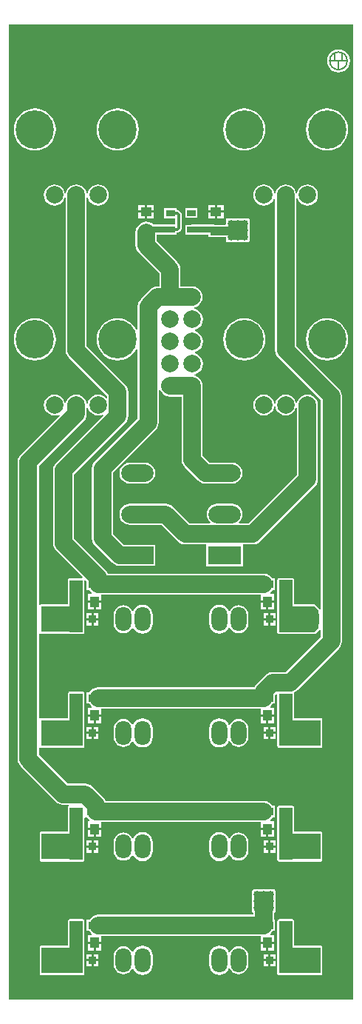
<source format=gbl>
G04 Layer_Physical_Order=4*
G04 Layer_Color=16711680*
%FSLAX43Y43*%
%MOMM*%
G71*
G01*
G75*
%ADD10C,2.000*%
%ADD11R,2.300X2.300*%
%ADD12R,2.300X2.300*%
%ADD13C,2.000*%
%ADD14O,1.800X2.800*%
%ADD15C,4.400*%
G04:AMPARAMS|DCode=16|XSize=3.7mm|YSize=2mm|CornerRadius=1mm|HoleSize=0mm|Usage=FLASHONLY|Rotation=180.000|XOffset=0mm|YOffset=0mm|HoleType=Round|Shape=RoundedRectangle|*
%AMROUNDEDRECTD16*
21,1,3.700,0.000,0,0,180.0*
21,1,1.700,2.000,0,0,180.0*
1,1,2.000,-0.850,0.000*
1,1,2.000,0.850,0.000*
1,1,2.000,0.850,0.000*
1,1,2.000,-0.850,0.000*
%
%ADD16ROUNDEDRECTD16*%
%ADD17R,3.700X2.000*%
%ADD18C,0.800*%
%ADD20C,0.200*%
%ADD21R,1.000X0.700*%
%ADD22R,1.300X1.000*%
%ADD23R,1.000X1.300*%
%ADD24R,0.900X0.900*%
%ADD25C,0.700*%
%ADD26C,1.000*%
%ADD27C,0.300*%
%ADD28R,1.500X6.000*%
%ADD29R,4.750X3.000*%
%ADD30R,2.083X0.735*%
G36*
X119750Y108500D02*
X80250D01*
Y220000D01*
X119750D01*
Y108500D01*
D02*
G37*
%LPC*%
G36*
X95600Y127664D02*
X95299Y127624D01*
X95018Y127508D01*
X94777Y127323D01*
X94592Y127082D01*
X94540Y126955D01*
X94402D01*
X94361Y127055D01*
X94185Y127285D01*
X93955Y127461D01*
X93687Y127572D01*
X93400Y127609D01*
X93113Y127572D01*
X92845Y127461D01*
X92615Y127285D01*
X92439Y127055D01*
X92328Y126787D01*
X92291Y126500D01*
Y125500D01*
X92328Y125213D01*
X92439Y124945D01*
X92615Y124715D01*
X92845Y124539D01*
X93113Y124428D01*
X93400Y124391D01*
X93687Y124428D01*
X93955Y124539D01*
X94185Y124715D01*
X94361Y124945D01*
X94402Y125045D01*
X94540D01*
X94592Y124918D01*
X94777Y124677D01*
X95018Y124492D01*
X95299Y124376D01*
X95600Y124336D01*
X95901Y124376D01*
X96182Y124492D01*
X96423Y124677D01*
X96608Y124918D01*
X96724Y125199D01*
X96764Y125500D01*
Y126500D01*
X96724Y126801D01*
X96608Y127082D01*
X96423Y127323D01*
X96182Y127508D01*
X95901Y127624D01*
X95600Y127664D01*
D02*
G37*
G36*
X110854Y126704D02*
X110277D01*
Y126127D01*
X110854D01*
Y126704D01*
D02*
G37*
G36*
X89973Y127873D02*
X89346D01*
Y127096D01*
X89973D01*
Y127873D01*
D02*
G37*
G36*
X109773Y127873D02*
X109146D01*
Y127096D01*
X109773D01*
Y127873D01*
D02*
G37*
G36*
X90854Y127873D02*
X90227D01*
Y127096D01*
X90854D01*
Y127873D01*
D02*
G37*
G36*
X110854Y125873D02*
X110277D01*
Y125296D01*
X110854D01*
Y125873D01*
D02*
G37*
G36*
X110023D02*
X109446D01*
Y125296D01*
X110023D01*
Y125873D01*
D02*
G37*
G36*
X89723Y126704D02*
X89146D01*
Y126127D01*
X89723D01*
Y126704D01*
D02*
G37*
G36*
X110023D02*
X109446D01*
Y126127D01*
X110023D01*
Y126704D01*
D02*
G37*
G36*
X90554D02*
X89977D01*
Y126127D01*
X90554D01*
Y126704D01*
D02*
G37*
G36*
X110654Y127873D02*
X110027D01*
Y127096D01*
X110654D01*
Y127873D01*
D02*
G37*
G36*
X110854Y139704D02*
X110277D01*
Y139127D01*
X110854D01*
Y139704D01*
D02*
G37*
G36*
X110023D02*
X109446D01*
Y139127D01*
X110023D01*
Y139704D01*
D02*
G37*
G36*
X89723D02*
X89146D01*
Y139127D01*
X89723D01*
Y139704D01*
D02*
G37*
G36*
X95600Y140664D02*
X95299Y140624D01*
X95018Y140508D01*
X94777Y140323D01*
X94592Y140082D01*
X94540Y139955D01*
X94402D01*
X94361Y140055D01*
X94185Y140285D01*
X93955Y140461D01*
X93687Y140572D01*
X93400Y140609D01*
X93113Y140572D01*
X92845Y140461D01*
X92615Y140285D01*
X92439Y140055D01*
X92328Y139787D01*
X92291Y139500D01*
Y138500D01*
X92328Y138213D01*
X92439Y137945D01*
X92615Y137715D01*
X92845Y137539D01*
X93113Y137428D01*
X93400Y137391D01*
X93687Y137428D01*
X93955Y137539D01*
X94185Y137715D01*
X94361Y137945D01*
X94402Y138045D01*
X94540D01*
X94592Y137918D01*
X94777Y137677D01*
X95018Y137492D01*
X95299Y137376D01*
X95600Y137336D01*
X95901Y137376D01*
X96182Y137492D01*
X96423Y137677D01*
X96608Y137918D01*
X96724Y138199D01*
X96764Y138500D01*
Y139500D01*
X96724Y139801D01*
X96608Y140082D01*
X96423Y140323D01*
X96182Y140508D01*
X95901Y140624D01*
X95600Y140664D01*
D02*
G37*
G36*
X90554Y139704D02*
X89977D01*
Y139127D01*
X90554D01*
Y139704D01*
D02*
G37*
G36*
X89723Y138873D02*
X89146D01*
Y138296D01*
X89723D01*
Y138873D01*
D02*
G37*
G36*
X104400Y140664D02*
X104099Y140624D01*
X103818Y140508D01*
X103577Y140323D01*
X103392Y140082D01*
X103276Y139801D01*
X103236Y139500D01*
Y138500D01*
X103276Y138199D01*
X103392Y137918D01*
X103577Y137677D01*
X103818Y137492D01*
X104099Y137376D01*
X104400Y137336D01*
X104701Y137376D01*
X104982Y137492D01*
X105223Y137677D01*
X105408Y137918D01*
X105460Y138045D01*
X105598D01*
X105639Y137945D01*
X105815Y137715D01*
X106045Y137539D01*
X106313Y137428D01*
X106600Y137391D01*
X106887Y137428D01*
X107155Y137539D01*
X107385Y137715D01*
X107561Y137945D01*
X107672Y138213D01*
X107709Y138500D01*
Y139500D01*
X107672Y139787D01*
X107561Y140055D01*
X107385Y140285D01*
X107155Y140461D01*
X106887Y140572D01*
X106600Y140609D01*
X106313Y140572D01*
X106045Y140461D01*
X105815Y140285D01*
X105639Y140055D01*
X105598Y139955D01*
X105460D01*
X105408Y140082D01*
X105223Y140323D01*
X104982Y140508D01*
X104701Y140624D01*
X104400Y140664D01*
D02*
G37*
G36*
X90554Y138873D02*
X89977D01*
Y138296D01*
X90554D01*
Y138873D01*
D02*
G37*
G36*
X110854Y138873D02*
X110277D01*
Y138296D01*
X110854D01*
Y138873D01*
D02*
G37*
G36*
X110023D02*
X109446D01*
Y138296D01*
X110023D01*
Y138873D01*
D02*
G37*
G36*
X110854Y112873D02*
X110277D01*
Y112296D01*
X110854D01*
Y112873D01*
D02*
G37*
G36*
X110023D02*
X109446D01*
Y112296D01*
X110023D01*
Y112873D01*
D02*
G37*
G36*
Y113704D02*
X109446D01*
Y113127D01*
X110023D01*
Y113704D01*
D02*
G37*
G36*
X89723D02*
X89146D01*
Y113127D01*
X89723D01*
Y113704D01*
D02*
G37*
G36*
X110854D02*
X110277D01*
Y113127D01*
X110854D01*
Y113704D01*
D02*
G37*
G36*
X112750Y117704D02*
X111250D01*
X111172Y117688D01*
X111106Y117644D01*
X111062Y117578D01*
X111046Y117500D01*
Y114500D01*
Y111500D01*
X111062Y111422D01*
X111106Y111356D01*
X111172Y111312D01*
X111250Y111296D01*
X116000D01*
X116078Y111312D01*
X116144Y111356D01*
X116188Y111422D01*
X116204Y111500D01*
Y114500D01*
X116188Y114578D01*
X116144Y114644D01*
X116078Y114688D01*
X116000Y114704D01*
X112954D01*
Y117500D01*
X112938Y117578D01*
X112894Y117644D01*
X112828Y117688D01*
X112750Y117704D01*
D02*
G37*
G36*
X88750D02*
X87250D01*
X87172Y117688D01*
X87106Y117644D01*
X87062Y117578D01*
X87046Y117500D01*
Y114704D01*
X84000D01*
X83922Y114688D01*
X83856Y114644D01*
X83812Y114578D01*
X83796Y114500D01*
Y111500D01*
X83812Y111422D01*
X83856Y111356D01*
X83922Y111312D01*
X84000Y111296D01*
X88750D01*
X88828Y111312D01*
X88894Y111356D01*
X88938Y111422D01*
X88954Y111500D01*
Y117500D01*
X88938Y117578D01*
X88894Y117644D01*
X88828Y117688D01*
X88750Y117704D01*
D02*
G37*
G36*
X104400Y114664D02*
X104099Y114624D01*
X103818Y114508D01*
X103577Y114323D01*
X103392Y114082D01*
X103276Y113801D01*
X103236Y113500D01*
Y112500D01*
X103276Y112199D01*
X103392Y111918D01*
X103577Y111677D01*
X103818Y111492D01*
X104099Y111376D01*
X104400Y111336D01*
X104701Y111376D01*
X104982Y111492D01*
X105223Y111677D01*
X105408Y111918D01*
X105460Y112045D01*
X105598D01*
X105639Y111945D01*
X105815Y111715D01*
X106045Y111539D01*
X106313Y111428D01*
X106600Y111391D01*
X106887Y111428D01*
X107155Y111539D01*
X107385Y111715D01*
X107561Y111945D01*
X107672Y112213D01*
X107709Y112500D01*
Y113500D01*
X107672Y113787D01*
X107561Y114055D01*
X107385Y114285D01*
X107155Y114461D01*
X106887Y114572D01*
X106600Y114609D01*
X106313Y114572D01*
X106045Y114461D01*
X105815Y114285D01*
X105639Y114055D01*
X105598Y113955D01*
X105460D01*
X105408Y114082D01*
X105223Y114323D01*
X104982Y114508D01*
X104701Y114624D01*
X104400Y114664D01*
D02*
G37*
G36*
X90554Y112873D02*
X89977D01*
Y112296D01*
X90554D01*
Y112873D01*
D02*
G37*
G36*
X89723D02*
X89146D01*
Y112296D01*
X89723D01*
Y112873D01*
D02*
G37*
G36*
X90554Y113704D02*
X89977D01*
Y113127D01*
X90554D01*
Y113704D01*
D02*
G37*
G36*
X112750Y130704D02*
X111250D01*
X111172Y130688D01*
X111106Y130644D01*
X111062Y130578D01*
X111046Y130500D01*
Y127500D01*
Y124500D01*
X111062Y124422D01*
X111106Y124356D01*
X111172Y124312D01*
X111250Y124296D01*
X116000D01*
X116078Y124312D01*
X116144Y124356D01*
X116188Y124422D01*
X116204Y124500D01*
Y127500D01*
X116188Y127578D01*
X116144Y127644D01*
X116078Y127688D01*
X116000Y127704D01*
X112954D01*
Y130500D01*
X112938Y130578D01*
X112894Y130644D01*
X112828Y130688D01*
X112750Y130704D01*
D02*
G37*
G36*
X110250Y121112D02*
X110211Y121104D01*
X109539D01*
X109500Y121112D01*
X109461Y121104D01*
X108789D01*
X108750Y121112D01*
X108711Y121104D01*
X108350D01*
X108272Y121088D01*
X108206Y121044D01*
X108162Y120978D01*
X108146Y120900D01*
Y120539D01*
X108138Y120500D01*
X108146Y120461D01*
Y119789D01*
X108138Y119750D01*
X108146Y119711D01*
Y119039D01*
X108138Y119000D01*
X108146Y118961D01*
Y118600D01*
X108162Y118522D01*
X108206Y118456D01*
X108272Y118412D01*
X108290Y118408D01*
Y118210D01*
X90500D01*
X90187Y118169D01*
X89895Y118048D01*
X89644Y117856D01*
X89486Y117650D01*
X89200D01*
Y116350D01*
X89486D01*
X89644Y116144D01*
X89792Y116031D01*
X89748Y115904D01*
X89346D01*
Y115127D01*
X90854D01*
Y115790D01*
X109146D01*
Y115127D01*
X109900D01*
X110654D01*
Y115904D01*
X110252D01*
X110208Y116031D01*
X110356Y116144D01*
X110514Y116350D01*
X110800D01*
Y117650D01*
X110710D01*
Y118408D01*
X110728Y118412D01*
X110794Y118456D01*
X110838Y118522D01*
X110854Y118600D01*
Y118961D01*
X110862Y119000D01*
X110854Y119039D01*
Y119711D01*
X110862Y119750D01*
X110854Y119789D01*
Y120461D01*
X110862Y120500D01*
X110854Y120539D01*
Y120900D01*
X110838Y120978D01*
X110794Y121044D01*
X110728Y121088D01*
X110650Y121104D01*
X110289D01*
X110250Y121112D01*
D02*
G37*
G36*
X104400Y127664D02*
X104099Y127624D01*
X103818Y127508D01*
X103577Y127323D01*
X103392Y127082D01*
X103276Y126801D01*
X103236Y126500D01*
Y125500D01*
X103276Y125199D01*
X103392Y124918D01*
X103577Y124677D01*
X103818Y124492D01*
X104099Y124376D01*
X104400Y124336D01*
X104701Y124376D01*
X104982Y124492D01*
X105223Y124677D01*
X105408Y124918D01*
X105460Y125045D01*
X105598D01*
X105639Y124945D01*
X105815Y124715D01*
X106045Y124539D01*
X106313Y124428D01*
X106600Y124391D01*
X106887Y124428D01*
X107155Y124539D01*
X107385Y124715D01*
X107561Y124945D01*
X107672Y125213D01*
X107709Y125500D01*
Y126500D01*
X107672Y126787D01*
X107561Y127055D01*
X107385Y127285D01*
X107155Y127461D01*
X106887Y127572D01*
X106600Y127609D01*
X106313Y127572D01*
X106045Y127461D01*
X105815Y127285D01*
X105639Y127055D01*
X105598Y126955D01*
X105460D01*
X105408Y127082D01*
X105223Y127323D01*
X104982Y127508D01*
X104701Y127624D01*
X104400Y127664D01*
D02*
G37*
G36*
X90554Y125873D02*
X89977D01*
Y125296D01*
X90554D01*
Y125873D01*
D02*
G37*
G36*
X89723D02*
X89146D01*
Y125296D01*
X89723D01*
Y125873D01*
D02*
G37*
G36*
X89973Y114873D02*
X89346D01*
Y114096D01*
X89973D01*
Y114873D01*
D02*
G37*
G36*
X95600Y114664D02*
X95299Y114624D01*
X95018Y114508D01*
X94777Y114323D01*
X94592Y114082D01*
X94540Y113955D01*
X94402D01*
X94361Y114055D01*
X94185Y114285D01*
X93955Y114461D01*
X93687Y114572D01*
X93400Y114609D01*
X93113Y114572D01*
X92845Y114461D01*
X92615Y114285D01*
X92439Y114055D01*
X92328Y113787D01*
X92291Y113500D01*
Y112500D01*
X92328Y112213D01*
X92439Y111945D01*
X92615Y111715D01*
X92845Y111539D01*
X93113Y111428D01*
X93400Y111391D01*
X93687Y111428D01*
X93955Y111539D01*
X94185Y111715D01*
X94361Y111945D01*
X94402Y112045D01*
X94540D01*
X94592Y111918D01*
X94777Y111677D01*
X95018Y111492D01*
X95299Y111376D01*
X95600Y111336D01*
X95901Y111376D01*
X96182Y111492D01*
X96423Y111677D01*
X96608Y111918D01*
X96724Y112199D01*
X96764Y112500D01*
Y113500D01*
X96724Y113801D01*
X96608Y114082D01*
X96423Y114323D01*
X96182Y114508D01*
X95901Y114624D01*
X95600Y114664D01*
D02*
G37*
G36*
X90854Y114873D02*
X90227D01*
Y114096D01*
X90854D01*
Y114873D01*
D02*
G37*
G36*
X110654Y114873D02*
X110027D01*
Y114096D01*
X110654D01*
Y114873D01*
D02*
G37*
G36*
X109773D02*
X109146D01*
Y114096D01*
X109773D01*
Y114873D01*
D02*
G37*
G36*
X103873Y198473D02*
X103096D01*
Y197846D01*
X103873D01*
Y198473D01*
D02*
G37*
G36*
X96904Y198473D02*
X96127D01*
Y197846D01*
X96904D01*
Y198473D01*
D02*
G37*
G36*
X104904Y198473D02*
X104127D01*
Y197846D01*
X104904D01*
Y198473D01*
D02*
G37*
G36*
X101900Y199000D02*
X100500D01*
Y197900D01*
X101900D01*
Y199000D01*
D02*
G37*
G36*
X107250Y197862D02*
X107211Y197854D01*
X106539D01*
X106500Y197862D01*
X106461Y197854D01*
X105789D01*
X105750Y197862D01*
X105711Y197854D01*
X105350D01*
X105272Y197838D01*
X105206Y197794D01*
X105162Y197728D01*
X105146Y197650D01*
Y197289D01*
X105138Y197250D01*
X105142Y197233D01*
X105075Y197106D01*
X104000D01*
X103954Y197100D01*
X103904D01*
X103850Y197111D01*
X101200D01*
X101146Y197100D01*
X100500D01*
Y196000D01*
X101146D01*
X101200Y195989D01*
X103150D01*
Y195700D01*
X103954D01*
X104000Y195694D01*
X105146D01*
Y195350D01*
X105162Y195272D01*
X105206Y195206D01*
X105272Y195162D01*
X105350Y195146D01*
X105711D01*
X105750Y195138D01*
X105789Y195146D01*
X106461D01*
X106500Y195138D01*
X106539Y195146D01*
X107211D01*
X107250Y195138D01*
X107289Y195146D01*
X107650D01*
X107728Y195162D01*
X107794Y195206D01*
X107838Y195272D01*
X107854Y195350D01*
Y195711D01*
X107862Y195750D01*
X107854Y195789D01*
Y196461D01*
X107862Y196500D01*
X107854Y196539D01*
Y197211D01*
X107862Y197250D01*
X107854Y197289D01*
Y197650D01*
X107838Y197728D01*
X107794Y197794D01*
X107728Y197838D01*
X107650Y197854D01*
X107289D01*
X107250Y197862D01*
D02*
G37*
G36*
Y186412D02*
X106780Y186365D01*
X106327Y186228D01*
X105910Y186005D01*
X105545Y185705D01*
X105245Y185340D01*
X105022Y184923D01*
X104885Y184470D01*
X104838Y184000D01*
X104885Y183530D01*
X105022Y183077D01*
X105245Y182660D01*
X105545Y182295D01*
X105910Y181995D01*
X106327Y181772D01*
X106780Y181635D01*
X107250Y181588D01*
X107720Y181635D01*
X108173Y181772D01*
X108590Y181995D01*
X108955Y182295D01*
X109255Y182660D01*
X109478Y183077D01*
X109615Y183530D01*
X109662Y184000D01*
X109615Y184470D01*
X109478Y184923D01*
X109255Y185340D01*
X108955Y185705D01*
X108590Y186005D01*
X108173Y186228D01*
X107720Y186365D01*
X107250Y186412D01*
D02*
G37*
G36*
X83250D02*
X82780Y186365D01*
X82327Y186228D01*
X81910Y186005D01*
X81545Y185705D01*
X81245Y185340D01*
X81022Y184923D01*
X80885Y184470D01*
X80838Y184000D01*
X80885Y183530D01*
X81022Y183077D01*
X81245Y182660D01*
X81545Y182295D01*
X81910Y181995D01*
X82327Y181772D01*
X82780Y181635D01*
X83250Y181588D01*
X83720Y181635D01*
X84173Y181772D01*
X84590Y181995D01*
X84955Y182295D01*
X85255Y182660D01*
X85478Y183077D01*
X85615Y183530D01*
X85662Y184000D01*
X85615Y184470D01*
X85478Y184923D01*
X85255Y185340D01*
X84955Y185705D01*
X84590Y186005D01*
X84173Y186228D01*
X83720Y186365D01*
X83250Y186412D01*
D02*
G37*
G36*
X116750D02*
X116280Y186365D01*
X115827Y186228D01*
X115410Y186005D01*
X115045Y185705D01*
X114745Y185340D01*
X114522Y184923D01*
X114385Y184470D01*
X114338Y184000D01*
X114385Y183530D01*
X114522Y183077D01*
X114745Y182660D01*
X115045Y182295D01*
X115410Y181995D01*
X115827Y181772D01*
X116280Y181635D01*
X116750Y181588D01*
X117220Y181635D01*
X117673Y181772D01*
X118090Y181995D01*
X118455Y182295D01*
X118755Y182660D01*
X118978Y183077D01*
X119115Y183530D01*
X119162Y184000D01*
X119115Y184470D01*
X118978Y184923D01*
X118755Y185340D01*
X118455Y185705D01*
X118090Y186005D01*
X117673Y186228D01*
X117220Y186365D01*
X116750Y186412D01*
D02*
G37*
G36*
X95873Y198473D02*
X95096D01*
Y197846D01*
X95873D01*
Y198473D01*
D02*
G37*
G36*
X99500Y199000D02*
X98100D01*
Y198104D01*
X98046D01*
Y197627D01*
X98800D01*
Y197373D01*
X98046D01*
Y197111D01*
X96849D01*
X96605Y197298D01*
X96313Y197419D01*
X96000Y197460D01*
X95687Y197419D01*
X95395Y197298D01*
X95144Y197106D01*
X94952Y196855D01*
X94831Y196563D01*
X94790Y196250D01*
Y194750D01*
X94831Y194437D01*
X94952Y194145D01*
X95144Y193894D01*
X97520Y191519D01*
Y190040D01*
X97330D01*
X97017Y189999D01*
X96725Y189878D01*
X96474Y189686D01*
X95394Y188606D01*
X95202Y188355D01*
X95081Y188063D01*
X95040Y187750D01*
Y185077D01*
X94913Y185045D01*
X94755Y185340D01*
X94455Y185705D01*
X94090Y186005D01*
X93673Y186228D01*
X93220Y186365D01*
X92750Y186412D01*
X92280Y186365D01*
X91827Y186228D01*
X91410Y186005D01*
X91045Y185705D01*
X90745Y185340D01*
X90522Y184923D01*
X90385Y184470D01*
X90338Y184000D01*
X90385Y183530D01*
X90522Y183077D01*
X90745Y182660D01*
X91045Y182295D01*
X91410Y181995D01*
X91827Y181772D01*
X92280Y181635D01*
X92750Y181588D01*
X93220Y181635D01*
X93673Y181772D01*
X94090Y181995D01*
X94455Y182295D01*
X94755Y182660D01*
X94913Y182955D01*
X95040Y182923D01*
Y175001D01*
X90144Y170106D01*
X89952Y169855D01*
X89831Y169563D01*
X89790Y169250D01*
Y161250D01*
X89831Y160937D01*
X89952Y160645D01*
X90144Y160394D01*
X92094Y158444D01*
X92345Y158252D01*
X92637Y158131D01*
X92950Y158090D01*
X95000D01*
X95079Y158100D01*
X97050D01*
Y160500D01*
X95079D01*
X95000Y160510D01*
X93451D01*
X92210Y161751D01*
Y168749D01*
X97106Y173644D01*
X97298Y173895D01*
X97419Y174187D01*
X97460Y174500D01*
Y178268D01*
X97587Y178293D01*
X97682Y178065D01*
X97874Y177814D01*
X98125Y177622D01*
X98417Y177501D01*
X98730Y177460D01*
X100060D01*
Y170230D01*
X100101Y169917D01*
X100222Y169625D01*
X100414Y169374D01*
X101944Y167844D01*
X102195Y167652D01*
X102487Y167531D01*
X102800Y167490D01*
X105850D01*
X106163Y167531D01*
X106455Y167652D01*
X106706Y167844D01*
X106898Y168095D01*
X107019Y168387D01*
X107060Y168700D01*
X107019Y169013D01*
X106898Y169305D01*
X106706Y169556D01*
X106455Y169748D01*
X106163Y169869D01*
X105850Y169910D01*
X103301D01*
X102480Y170731D01*
Y178670D01*
X102439Y178983D01*
X102318Y179275D01*
X102126Y179526D01*
X101875Y179718D01*
X101583Y179839D01*
X101510Y179849D01*
Y179977D01*
X101597Y179988D01*
X101902Y180115D01*
X102164Y180316D01*
X102365Y180578D01*
X102492Y180883D01*
X102535Y181210D01*
X102492Y181537D01*
X102365Y181842D01*
X102164Y182104D01*
X101902Y182305D01*
X101647Y182411D01*
Y182549D01*
X101902Y182655D01*
X102164Y182856D01*
X102365Y183118D01*
X102492Y183423D01*
X102535Y183750D01*
X102492Y184077D01*
X102365Y184382D01*
X102164Y184644D01*
X101902Y184845D01*
X101647Y184951D01*
Y185089D01*
X101902Y185195D01*
X102164Y185396D01*
X102365Y185658D01*
X102492Y185963D01*
X102535Y186290D01*
X102492Y186617D01*
X102365Y186922D01*
X102164Y187184D01*
X101902Y187385D01*
X101597Y187512D01*
X101510Y187523D01*
Y187651D01*
X101583Y187661D01*
X101875Y187782D01*
X102126Y187974D01*
X102318Y188225D01*
X102439Y188517D01*
X102480Y188830D01*
X102439Y189143D01*
X102318Y189435D01*
X102126Y189686D01*
X101875Y189878D01*
X101583Y189999D01*
X101270Y190040D01*
X99940D01*
Y192020D01*
X99899Y192333D01*
X99778Y192625D01*
X99586Y192876D01*
X97210Y195251D01*
Y195989D01*
X98800D01*
X98854Y196000D01*
X99500D01*
Y196193D01*
X99550D01*
X99687Y196220D01*
X99802Y196298D01*
X100002Y196498D01*
X100080Y196613D01*
X100107Y196750D01*
Y198250D01*
X100080Y198387D01*
X100002Y198502D01*
X99802Y198702D01*
X99687Y198780D01*
X99550Y198807D01*
X99500D01*
Y199000D01*
D02*
G37*
G36*
X95873Y199354D02*
X95096D01*
Y198727D01*
X95873D01*
Y199354D01*
D02*
G37*
G36*
X92750Y210412D02*
X92280Y210365D01*
X91827Y210228D01*
X91410Y210005D01*
X91045Y209705D01*
X90745Y209340D01*
X90522Y208923D01*
X90385Y208470D01*
X90338Y208000D01*
X90385Y207530D01*
X90522Y207077D01*
X90745Y206660D01*
X91045Y206295D01*
X91410Y205995D01*
X91827Y205772D01*
X92280Y205635D01*
X92750Y205588D01*
X93220Y205635D01*
X93673Y205772D01*
X94090Y205995D01*
X94455Y206295D01*
X94755Y206660D01*
X94978Y207077D01*
X95115Y207530D01*
X95162Y208000D01*
X95115Y208470D01*
X94978Y208923D01*
X94755Y209340D01*
X94455Y209705D01*
X94090Y210005D01*
X93673Y210228D01*
X93220Y210365D01*
X92750Y210412D01*
D02*
G37*
G36*
X83250D02*
X82780Y210365D01*
X82327Y210228D01*
X81910Y210005D01*
X81545Y209705D01*
X81245Y209340D01*
X81022Y208923D01*
X80885Y208470D01*
X80838Y208000D01*
X80885Y207530D01*
X81022Y207077D01*
X81245Y206660D01*
X81545Y206295D01*
X81910Y205995D01*
X82327Y205772D01*
X82780Y205635D01*
X83250Y205588D01*
X83720Y205635D01*
X84173Y205772D01*
X84590Y205995D01*
X84955Y206295D01*
X85255Y206660D01*
X85478Y207077D01*
X85615Y207530D01*
X85662Y208000D01*
X85615Y208470D01*
X85478Y208923D01*
X85255Y209340D01*
X84955Y209705D01*
X84590Y210005D01*
X84173Y210228D01*
X83720Y210365D01*
X83250Y210412D01*
D02*
G37*
G36*
X107250D02*
X106780Y210365D01*
X106327Y210228D01*
X105910Y210005D01*
X105545Y209705D01*
X105245Y209340D01*
X105022Y208923D01*
X104885Y208470D01*
X104838Y208000D01*
X104885Y207530D01*
X105022Y207077D01*
X105245Y206660D01*
X105545Y206295D01*
X105910Y205995D01*
X106327Y205772D01*
X106780Y205635D01*
X107250Y205588D01*
X107720Y205635D01*
X108173Y205772D01*
X108590Y205995D01*
X108955Y206295D01*
X109255Y206660D01*
X109478Y207077D01*
X109615Y207530D01*
X109662Y208000D01*
X109615Y208470D01*
X109478Y208923D01*
X109255Y209340D01*
X108955Y209705D01*
X108590Y210005D01*
X108173Y210228D01*
X107720Y210365D01*
X107250Y210412D01*
D02*
G37*
G36*
X118050Y217160D02*
X117711Y217115D01*
X117394Y216984D01*
X117123Y216776D01*
X116914Y216504D01*
X116783Y216188D01*
X116739Y215849D01*
X116783Y215509D01*
X116914Y215193D01*
X117123Y214921D01*
X117394Y214713D01*
X117711Y214582D01*
X118050Y214537D01*
X118389Y214582D01*
X118706Y214713D01*
X118977Y214921D01*
X119186Y215193D01*
X119317Y215509D01*
X119361Y215849D01*
X119317Y216188D01*
X119186Y216504D01*
X118977Y216776D01*
X118706Y216984D01*
X118389Y217115D01*
X118050Y217160D01*
D02*
G37*
G36*
X116750Y210412D02*
X116280Y210365D01*
X115827Y210228D01*
X115410Y210005D01*
X115045Y209705D01*
X114745Y209340D01*
X114522Y208923D01*
X114385Y208470D01*
X114338Y208000D01*
X114385Y207530D01*
X114522Y207077D01*
X114745Y206660D01*
X115045Y206295D01*
X115410Y205995D01*
X115827Y205772D01*
X116280Y205635D01*
X116750Y205588D01*
X117220Y205635D01*
X117673Y205772D01*
X118090Y205995D01*
X118455Y206295D01*
X118755Y206660D01*
X118978Y207077D01*
X119115Y207530D01*
X119162Y208000D01*
X119115Y208470D01*
X118978Y208923D01*
X118755Y209340D01*
X118455Y209705D01*
X118090Y210005D01*
X117673Y210228D01*
X117220Y210365D01*
X116750Y210412D01*
D02*
G37*
G36*
X103873Y199354D02*
X103096D01*
Y198727D01*
X103873D01*
Y199354D01*
D02*
G37*
G36*
X96904D02*
X96127D01*
Y198727D01*
X96904D01*
Y199354D01*
D02*
G37*
G36*
X104904D02*
X104127D01*
Y198727D01*
X104904D01*
Y199354D01*
D02*
G37*
G36*
X114500Y201710D02*
X114187Y201669D01*
X113895Y201548D01*
X113644Y201356D01*
X113452Y201105D01*
X113331Y200813D01*
X113314Y200685D01*
X113186D01*
X113169Y200813D01*
X113048Y201105D01*
X112856Y201356D01*
X112605Y201548D01*
X112313Y201669D01*
X112000Y201710D01*
X111687Y201669D01*
X111395Y201548D01*
X111144Y201356D01*
X110952Y201105D01*
X110831Y200813D01*
X110814Y200685D01*
X110686D01*
X110669Y200813D01*
X110548Y201105D01*
X110356Y201356D01*
X110105Y201548D01*
X109813Y201669D01*
X109500Y201710D01*
X109187Y201669D01*
X108895Y201548D01*
X108644Y201356D01*
X108452Y201105D01*
X108331Y200813D01*
X108290Y200500D01*
X108331Y200187D01*
X108452Y199895D01*
X108644Y199644D01*
X108895Y199452D01*
X109187Y199331D01*
X109500Y199290D01*
X109813Y199331D01*
X110105Y199452D01*
X110356Y199644D01*
X110548Y199895D01*
X110669Y200187D01*
X110790Y200161D01*
Y182750D01*
X110831Y182437D01*
X110952Y182145D01*
X111144Y181894D01*
X116040Y176999D01*
Y153155D01*
X115913Y153117D01*
X115894Y153144D01*
X115894Y153144D01*
X115394Y153644D01*
X115328Y153688D01*
X115250Y153704D01*
X112954D01*
Y156500D01*
X112938Y156578D01*
X112894Y156644D01*
X112828Y156688D01*
X112750Y156704D01*
X111250D01*
X111172Y156688D01*
X111106Y156644D01*
X111062Y156578D01*
X111046Y156500D01*
Y150500D01*
X111062Y150422D01*
X111106Y150356D01*
X111172Y150312D01*
X111250Y150296D01*
X115250D01*
X115250Y150296D01*
X115328Y150312D01*
X115394Y150356D01*
X115894Y150856D01*
X115913Y150883D01*
X116040Y150845D01*
Y150001D01*
X111999Y145960D01*
X110500D01*
X110187Y145919D01*
X109895Y145798D01*
X109644Y145606D01*
X108644Y144606D01*
X108452Y144355D01*
X108392Y144210D01*
X90500D01*
X90187Y144169D01*
X89895Y144048D01*
X89644Y143856D01*
X89486Y143650D01*
X89200D01*
Y142350D01*
X89486D01*
X89644Y142144D01*
X89792Y142031D01*
X89748Y141904D01*
X89346D01*
Y141127D01*
X90854D01*
Y141790D01*
X109146D01*
Y141127D01*
X109900D01*
X110654D01*
Y141904D01*
X110252D01*
X110208Y142031D01*
X110356Y142144D01*
X110514Y142350D01*
X110800D01*
Y143338D01*
X110919Y143457D01*
X111046Y143405D01*
Y140500D01*
Y137500D01*
X111062Y137422D01*
X111106Y137356D01*
X111172Y137312D01*
X111250Y137296D01*
X116000D01*
X116078Y137312D01*
X116144Y137356D01*
X116188Y137422D01*
X116204Y137500D01*
Y140500D01*
X116188Y140578D01*
X116144Y140644D01*
X116078Y140688D01*
X116000Y140704D01*
X112954D01*
Y143500D01*
X112938Y143578D01*
X112957Y143641D01*
X113105Y143702D01*
X113356Y143894D01*
X118106Y148644D01*
X118298Y148895D01*
X118419Y149187D01*
X118460Y149500D01*
Y177500D01*
X118419Y177813D01*
X118298Y178105D01*
X118106Y178356D01*
X113210Y183251D01*
Y200161D01*
X113331Y200187D01*
X113452Y199895D01*
X113644Y199644D01*
X113895Y199452D01*
X114187Y199331D01*
X114500Y199290D01*
X114813Y199331D01*
X115105Y199452D01*
X115356Y199644D01*
X115548Y199895D01*
X115669Y200187D01*
X115710Y200500D01*
X115669Y200813D01*
X115548Y201105D01*
X115356Y201356D01*
X115105Y201548D01*
X114813Y201669D01*
X114500Y201710D01*
D02*
G37*
G36*
X90500D02*
X90187Y201669D01*
X89895Y201548D01*
X89644Y201356D01*
X89452Y201105D01*
X89331Y200813D01*
X89314Y200685D01*
X89186D01*
X89169Y200813D01*
X89048Y201105D01*
X88856Y201356D01*
X88605Y201548D01*
X88313Y201669D01*
X88000Y201710D01*
X87687Y201669D01*
X87395Y201548D01*
X87144Y201356D01*
X86952Y201105D01*
X86831Y200813D01*
X86814Y200685D01*
X86686D01*
X86669Y200813D01*
X86548Y201105D01*
X86356Y201356D01*
X86105Y201548D01*
X85813Y201669D01*
X85500Y201710D01*
X85187Y201669D01*
X84895Y201548D01*
X84644Y201356D01*
X84452Y201105D01*
X84331Y200813D01*
X84290Y200500D01*
X84331Y200187D01*
X84452Y199895D01*
X84644Y199644D01*
X84895Y199452D01*
X85187Y199331D01*
X85500Y199290D01*
X85813Y199331D01*
X86105Y199452D01*
X86356Y199644D01*
X86548Y199895D01*
X86669Y200187D01*
X86790Y200161D01*
Y182750D01*
X86831Y182437D01*
X86952Y182145D01*
X87144Y181894D01*
X91540Y177499D01*
Y177314D01*
X91419Y177273D01*
X91356Y177356D01*
X91105Y177548D01*
X90813Y177669D01*
X90500Y177710D01*
X90187Y177669D01*
X89895Y177548D01*
X89644Y177356D01*
X89452Y177105D01*
X89331Y176813D01*
X89314Y176685D01*
X89186D01*
X89169Y176813D01*
X89048Y177105D01*
X88856Y177356D01*
X88605Y177548D01*
X88313Y177669D01*
X88000Y177710D01*
X87687Y177669D01*
X87395Y177548D01*
X87144Y177356D01*
X86952Y177105D01*
X86831Y176813D01*
X86814Y176685D01*
X86686D01*
X86669Y176813D01*
X86548Y177105D01*
X86356Y177356D01*
X86105Y177548D01*
X85813Y177669D01*
X85500Y177710D01*
X85187Y177669D01*
X84895Y177548D01*
X84644Y177356D01*
X84452Y177105D01*
X84331Y176813D01*
X84290Y176500D01*
X84331Y176187D01*
X84452Y175895D01*
X84644Y175644D01*
X84895Y175452D01*
X85187Y175331D01*
X85500Y175290D01*
X85813Y175331D01*
X86029Y175420D01*
X86101Y175313D01*
X81644Y170856D01*
X81452Y170605D01*
X81331Y170313D01*
X81290Y170000D01*
Y136000D01*
X81331Y135687D01*
X81452Y135395D01*
X81644Y135144D01*
X85644Y131144D01*
X85895Y130952D01*
X86187Y130831D01*
X86500Y130790D01*
X87095D01*
X87133Y130663D01*
X87106Y130644D01*
X87062Y130578D01*
X87046Y130500D01*
Y127704D01*
X84000D01*
X83922Y127688D01*
X83856Y127644D01*
X83812Y127578D01*
X83796Y127500D01*
Y124500D01*
X83812Y124422D01*
X83856Y124356D01*
X83922Y124312D01*
X84000Y124296D01*
X88750D01*
X88828Y124312D01*
X88894Y124356D01*
X88938Y124422D01*
X88954Y124500D01*
Y129275D01*
X89050Y129350D01*
X89236D01*
X89394Y129144D01*
X89542Y129031D01*
X89498Y128904D01*
X89346D01*
Y128127D01*
X90854D01*
Y128790D01*
X109146D01*
Y128127D01*
X109900D01*
Y128000D01*
D01*
Y128127D01*
X110654D01*
Y128904D01*
X110252D01*
X110208Y129031D01*
X110356Y129144D01*
X110514Y129350D01*
X110800D01*
Y130650D01*
X110514D01*
X110356Y130856D01*
X110105Y131048D01*
X109813Y131169D01*
X109500Y131210D01*
X91358D01*
X91298Y131355D01*
X91106Y131606D01*
X89856Y132856D01*
X89605Y133048D01*
X89313Y133169D01*
X89000Y133210D01*
X87001D01*
X83710Y136501D01*
Y137345D01*
X83837Y137383D01*
X83856Y137356D01*
X83922Y137312D01*
X84000Y137296D01*
X88750D01*
X88828Y137312D01*
X88894Y137356D01*
X88938Y137422D01*
X88954Y137500D01*
Y143500D01*
X88938Y143578D01*
X88894Y143644D01*
X88828Y143688D01*
X88750Y143704D01*
X87250D01*
X87172Y143688D01*
X87106Y143644D01*
X87062Y143578D01*
X87046Y143500D01*
Y140704D01*
X84000D01*
X83922Y140688D01*
X83856Y140644D01*
X83837Y140617D01*
X83710Y140655D01*
Y150345D01*
X83837Y150383D01*
X83856Y150356D01*
X83922Y150312D01*
X84000Y150296D01*
X88750D01*
X88828Y150312D01*
X88894Y150356D01*
X88938Y150422D01*
X88954Y150500D01*
Y156405D01*
X89081Y156457D01*
X89200Y156338D01*
Y155350D01*
X89486D01*
X89644Y155144D01*
X89792Y155031D01*
X89748Y154904D01*
X89346D01*
Y154127D01*
X90854D01*
Y154790D01*
X109146D01*
Y154127D01*
X109900D01*
X110654D01*
Y154904D01*
X110252D01*
X110208Y155031D01*
X110356Y155144D01*
X110514Y155350D01*
X110800D01*
Y156650D01*
X110514D01*
X110356Y156856D01*
X110105Y157048D01*
X109813Y157169D01*
X109500Y157210D01*
X91608D01*
X91548Y157355D01*
X91356Y157606D01*
X87760Y161201D01*
Y168549D01*
X93606Y174394D01*
X93798Y174645D01*
X93919Y174937D01*
X93960Y175250D01*
Y178000D01*
X93919Y178313D01*
X93798Y178605D01*
X93606Y178856D01*
X89210Y183251D01*
Y200161D01*
X89331Y200187D01*
X89452Y199895D01*
X89644Y199644D01*
X89895Y199452D01*
X90187Y199331D01*
X90500Y199290D01*
X90813Y199331D01*
X91105Y199452D01*
X91356Y199644D01*
X91548Y199895D01*
X91669Y200187D01*
X91710Y200500D01*
X91669Y200813D01*
X91548Y201105D01*
X91356Y201356D01*
X91105Y201548D01*
X90813Y201669D01*
X90500Y201710D01*
D02*
G37*
G36*
X114500Y177710D02*
X114187Y177669D01*
X113895Y177548D01*
X113644Y177356D01*
X113452Y177105D01*
X113331Y176813D01*
X113314Y176685D01*
X113186D01*
X113169Y176813D01*
X113048Y177105D01*
X112856Y177356D01*
X112605Y177548D01*
X112313Y177669D01*
X112000Y177710D01*
X111687Y177669D01*
X111395Y177548D01*
X111144Y177356D01*
X110952Y177105D01*
X110831Y176813D01*
X110814Y176685D01*
X110686D01*
X110669Y176813D01*
X110548Y177105D01*
X110356Y177356D01*
X110105Y177548D01*
X109813Y177669D01*
X109500Y177710D01*
X109187Y177669D01*
X108895Y177548D01*
X108644Y177356D01*
X108452Y177105D01*
X108331Y176813D01*
X108290Y176500D01*
X108331Y176187D01*
X108452Y175895D01*
X108644Y175644D01*
X108895Y175452D01*
X109187Y175331D01*
X109500Y175290D01*
X109813Y175331D01*
X110105Y175452D01*
X110356Y175644D01*
X110548Y175895D01*
X110669Y176187D01*
X110686Y176315D01*
X110814D01*
X110831Y176187D01*
X110952Y175895D01*
X111144Y175644D01*
X111395Y175452D01*
X111687Y175331D01*
X112000Y175290D01*
X112313Y175331D01*
X112605Y175452D01*
X112856Y175644D01*
X113048Y175895D01*
X113169Y176187D01*
X113290Y176161D01*
Y168501D01*
X107749Y162960D01*
X106664D01*
X106623Y163081D01*
X106706Y163144D01*
X106898Y163395D01*
X107019Y163687D01*
X107060Y164000D01*
X107019Y164313D01*
X106898Y164605D01*
X106706Y164856D01*
X106455Y165048D01*
X106163Y165169D01*
X105850Y165210D01*
X104150D01*
X103837Y165169D01*
X103545Y165048D01*
X103294Y164856D01*
X103102Y164605D01*
X102981Y164313D01*
X102940Y164000D01*
X102981Y163687D01*
X103102Y163395D01*
X103294Y163144D01*
X103377Y163081D01*
X103336Y162960D01*
X101001D01*
X99106Y164856D01*
X98855Y165048D01*
X98563Y165169D01*
X98250Y165210D01*
X94150D01*
X93837Y165169D01*
X93545Y165048D01*
X93294Y164856D01*
X93102Y164605D01*
X92981Y164313D01*
X92940Y164000D01*
X92981Y163687D01*
X93102Y163395D01*
X93294Y163144D01*
X93545Y162952D01*
X93837Y162831D01*
X94150Y162790D01*
X97749D01*
X99644Y160894D01*
X99895Y160702D01*
X100187Y160581D01*
X100500Y160540D01*
X102896D01*
Y158046D01*
X107104D01*
Y160540D01*
X108250D01*
X108563Y160581D01*
X108855Y160702D01*
X109106Y160894D01*
X115356Y167144D01*
X115548Y167395D01*
X115669Y167687D01*
X115710Y168000D01*
Y176500D01*
X115669Y176813D01*
X115548Y177105D01*
X115356Y177356D01*
X115105Y177548D01*
X114813Y177669D01*
X114500Y177710D01*
D02*
G37*
G36*
X90554Y151873D02*
X89977D01*
Y151296D01*
X90554D01*
Y151873D01*
D02*
G37*
G36*
X89723D02*
X89146D01*
Y151296D01*
X89723D01*
Y151873D01*
D02*
G37*
G36*
X110023D02*
X109446D01*
Y151296D01*
X110023D01*
Y151873D01*
D02*
G37*
G36*
Y152704D02*
X109446D01*
Y152127D01*
X110023D01*
Y152704D01*
D02*
G37*
G36*
X110854Y151873D02*
X110277D01*
Y151296D01*
X110854D01*
Y151873D01*
D02*
G37*
G36*
X90854Y140873D02*
X90227D01*
Y140096D01*
X90854D01*
Y140873D01*
D02*
G37*
G36*
X89973D02*
X89346D01*
Y140096D01*
X89973D01*
Y140873D01*
D02*
G37*
G36*
X109773Y140873D02*
X109146D01*
Y140096D01*
X109773D01*
Y140873D01*
D02*
G37*
G36*
X104400Y153664D02*
X104099Y153624D01*
X103818Y153508D01*
X103577Y153323D01*
X103392Y153082D01*
X103276Y152801D01*
X103236Y152500D01*
Y151500D01*
X103276Y151199D01*
X103392Y150918D01*
X103577Y150677D01*
X103818Y150492D01*
X104099Y150376D01*
X104400Y150336D01*
X104701Y150376D01*
X104982Y150492D01*
X105223Y150677D01*
X105408Y150918D01*
X105460Y151045D01*
X105598D01*
X105639Y150945D01*
X105815Y150715D01*
X106045Y150539D01*
X106313Y150428D01*
X106600Y150391D01*
X106887Y150428D01*
X107155Y150539D01*
X107385Y150715D01*
X107561Y150945D01*
X107672Y151213D01*
X107709Y151500D01*
Y152500D01*
X107672Y152787D01*
X107561Y153055D01*
X107385Y153285D01*
X107155Y153461D01*
X106887Y153572D01*
X106600Y153609D01*
X106313Y153572D01*
X106045Y153461D01*
X105815Y153285D01*
X105639Y153055D01*
X105598Y152955D01*
X105460D01*
X105408Y153082D01*
X105223Y153323D01*
X104982Y153508D01*
X104701Y153624D01*
X104400Y153664D01*
D02*
G37*
G36*
X110654Y140873D02*
X110027D01*
Y140096D01*
X110654D01*
Y140873D01*
D02*
G37*
G36*
Y153873D02*
X110027D01*
Y153096D01*
X110654D01*
Y153873D01*
D02*
G37*
G36*
X95850Y169910D02*
X94150D01*
X93837Y169869D01*
X93545Y169748D01*
X93294Y169556D01*
X93102Y169305D01*
X92981Y169013D01*
X92940Y168700D01*
X92981Y168387D01*
X93102Y168095D01*
X93294Y167844D01*
X93545Y167652D01*
X93837Y167531D01*
X94150Y167490D01*
X95850D01*
X96163Y167531D01*
X96455Y167652D01*
X96706Y167844D01*
X96898Y168095D01*
X97019Y168387D01*
X97060Y168700D01*
X97019Y169013D01*
X96898Y169305D01*
X96706Y169556D01*
X96455Y169748D01*
X96163Y169869D01*
X95850Y169910D01*
D02*
G37*
G36*
X90854Y153873D02*
X90227D01*
Y153096D01*
X90854D01*
Y153873D01*
D02*
G37*
G36*
X89973D02*
X89346D01*
Y153096D01*
X89973D01*
Y153873D01*
D02*
G37*
G36*
X109773Y153873D02*
X109146D01*
Y153096D01*
X109773D01*
Y153873D01*
D02*
G37*
G36*
X90554Y152704D02*
X89977D01*
Y152127D01*
X90554D01*
Y152704D01*
D02*
G37*
G36*
X89723D02*
X89146D01*
Y152127D01*
X89723D01*
Y152704D01*
D02*
G37*
G36*
X95600Y153664D02*
X95299Y153624D01*
X95018Y153508D01*
X94777Y153323D01*
X94592Y153082D01*
X94540Y152955D01*
X94402D01*
X94361Y153055D01*
X94185Y153285D01*
X93955Y153461D01*
X93687Y153572D01*
X93400Y153609D01*
X93113Y153572D01*
X92845Y153461D01*
X92615Y153285D01*
X92439Y153055D01*
X92328Y152787D01*
X92291Y152500D01*
Y151500D01*
X92328Y151213D01*
X92439Y150945D01*
X92615Y150715D01*
X92845Y150539D01*
X93113Y150428D01*
X93400Y150391D01*
X93687Y150428D01*
X93955Y150539D01*
X94185Y150715D01*
X94361Y150945D01*
X94402Y151045D01*
X94540D01*
X94592Y150918D01*
X94777Y150677D01*
X95018Y150492D01*
X95299Y150376D01*
X95600Y150336D01*
X95901Y150376D01*
X96182Y150492D01*
X96423Y150677D01*
X96608Y150918D01*
X96724Y151199D01*
X96764Y151500D01*
Y152500D01*
X96724Y152801D01*
X96608Y153082D01*
X96423Y153323D01*
X96182Y153508D01*
X95901Y153624D01*
X95600Y153664D01*
D02*
G37*
G36*
X110854Y152704D02*
X110277D01*
Y152127D01*
X110854D01*
Y152704D01*
D02*
G37*
%LPD*%
G36*
X112750Y153500D02*
X115250D01*
X115750Y153000D01*
Y151000D01*
X115250Y150500D01*
X111250D01*
Y156500D01*
X112750D01*
Y153500D01*
D02*
G37*
G36*
X89452Y175895D02*
X89644Y175644D01*
X89895Y175452D01*
X90187Y175331D01*
X90500Y175290D01*
X90813Y175331D01*
X91029Y175420D01*
X91101Y175313D01*
X85694Y169906D01*
X85502Y169655D01*
X85381Y169363D01*
X85340Y169050D01*
Y160700D01*
X85381Y160387D01*
X85502Y160095D01*
X85694Y159844D01*
X88707Y156831D01*
X88655Y156704D01*
X87250D01*
X87172Y156688D01*
X87106Y156644D01*
X87062Y156578D01*
X87046Y156500D01*
Y153704D01*
X84000D01*
X83922Y153688D01*
X83856Y153644D01*
X83837Y153617D01*
X83710Y153655D01*
Y169499D01*
X88856Y174644D01*
X89048Y174895D01*
X89169Y175187D01*
X89210Y175500D01*
Y176161D01*
X89331Y176187D01*
X89452Y175895D01*
D02*
G37*
D10*
X96000Y194750D02*
Y196250D01*
X109500Y119000D02*
Y119750D01*
Y117000D02*
Y119000D01*
Y143000D02*
Y143750D01*
X112500Y144750D02*
X117250Y149500D01*
X110500Y144750D02*
X112500D01*
X109500Y143750D02*
X110500Y144750D01*
X117250Y149500D02*
Y177500D01*
X98730Y188830D02*
X101270D01*
X98730D02*
Y192020D01*
X96000Y194750D02*
X98730Y192020D01*
Y178670D02*
X101270D01*
Y170230D02*
Y178670D01*
Y170230D02*
X102800Y168700D01*
X105000D01*
X92950Y159300D02*
X95000D01*
X91000Y161250D02*
X92950Y159300D01*
X96250Y187750D02*
X97330Y188830D01*
X98730D01*
X90500Y156000D02*
X109500D01*
X90250Y130000D02*
X109500D01*
X90500Y117000D02*
X109500D01*
X88000Y175500D02*
Y176500D01*
X82500Y170000D02*
X88000Y175500D01*
X82500Y136000D02*
Y170000D01*
Y136000D02*
X86500Y132000D01*
X89000D01*
X90250Y130750D01*
X90500Y143000D02*
X109500D01*
X88000Y182750D02*
X92750Y178000D01*
X88000Y182750D02*
Y200500D01*
X90250Y130000D02*
Y130750D01*
X95000Y164000D02*
X98250D01*
X100500Y161750D01*
X108250D01*
X114500Y168000D01*
Y176500D01*
X112000Y182750D02*
Y200500D01*
Y182750D02*
X117250Y177500D01*
X91000Y161250D02*
Y169250D01*
X96250Y174500D01*
Y187750D01*
X92750Y175250D02*
Y178000D01*
X86550Y160700D02*
X90500Y156750D01*
X86550Y160700D02*
Y169050D01*
X92750Y175250D01*
X90500Y156000D02*
Y156750D01*
D11*
X109500Y119750D02*
D03*
D12*
X106500Y196500D02*
D03*
D13*
X101270Y188830D02*
D03*
X98730D02*
D03*
X101270Y186290D02*
D03*
X98730D02*
D03*
Y183750D02*
D03*
X101270D02*
D03*
Y181210D02*
D03*
X98730D02*
D03*
Y178670D02*
D03*
X101270D02*
D03*
X90500Y200500D02*
D03*
X88000D02*
D03*
X85500D02*
D03*
X114500D02*
D03*
X112000D02*
D03*
X109500D02*
D03*
X90500Y176500D02*
D03*
X88000D02*
D03*
X85500D02*
D03*
X114500D02*
D03*
X112000D02*
D03*
X109500D02*
D03*
D14*
X114900Y152000D02*
D03*
X106600D02*
D03*
X104400D02*
D03*
X114900Y139000D02*
D03*
X106600D02*
D03*
X104400D02*
D03*
X114900Y126000D02*
D03*
X106600D02*
D03*
X104400D02*
D03*
Y113000D02*
D03*
X106600D02*
D03*
X114900D02*
D03*
X85100Y152000D02*
D03*
X93400D02*
D03*
X95600D02*
D03*
X85100Y139000D02*
D03*
X93400D02*
D03*
X95600D02*
D03*
X85100Y126000D02*
D03*
X93400D02*
D03*
X95600D02*
D03*
Y113000D02*
D03*
X93400D02*
D03*
X85100D02*
D03*
D15*
X83250Y208000D02*
D03*
X92750D02*
D03*
X107250D02*
D03*
X116750D02*
D03*
X83250Y184000D02*
D03*
X92750D02*
D03*
X107250D02*
D03*
X116750D02*
D03*
D16*
X105000Y168700D02*
D03*
Y164000D02*
D03*
X95000D02*
D03*
Y168700D02*
D03*
D17*
X105000Y159300D02*
D03*
X95000D02*
D03*
D18*
X97500Y197750D02*
D03*
X98000Y195250D02*
D03*
X98500Y199750D02*
D03*
X97500D02*
D03*
X102500Y194500D02*
D03*
X103500Y177500D02*
D03*
Y178500D02*
D03*
Y179500D02*
D03*
Y180500D02*
D03*
Y181500D02*
D03*
Y182500D02*
D03*
Y183500D02*
D03*
Y184500D02*
D03*
Y185500D02*
D03*
Y186500D02*
D03*
Y187500D02*
D03*
Y188500D02*
D03*
Y189500D02*
D03*
X99000Y173529D02*
D03*
X98750Y176750D02*
D03*
X97500Y171000D02*
D03*
X88000Y208000D02*
D03*
X92400Y203250D02*
D03*
X111750Y146750D02*
D03*
X109500Y119750D02*
D03*
Y120500D02*
D03*
X110250Y119750D02*
D03*
X109500Y119000D02*
D03*
X108750Y119750D02*
D03*
Y120500D02*
D03*
X110250D02*
D03*
Y119000D02*
D03*
X108750D02*
D03*
X105750Y195750D02*
D03*
X107250D02*
D03*
Y197250D02*
D03*
X105750D02*
D03*
Y196500D02*
D03*
X106500Y195750D02*
D03*
X107250Y196500D02*
D03*
X106500Y197250D02*
D03*
Y196500D02*
D03*
X89750Y160000D02*
D03*
X92000Y157750D02*
D03*
X97750D02*
D03*
X102250Y158250D02*
D03*
X107750D02*
D03*
Y159250D02*
D03*
X102250D02*
D03*
X102500Y152000D02*
D03*
X104400Y154250D02*
D03*
Y149750D02*
D03*
X97500Y152000D02*
D03*
X95600Y154250D02*
D03*
Y149750D02*
D03*
Y136750D02*
D03*
Y141250D02*
D03*
X97500Y139000D02*
D03*
X104400Y136750D02*
D03*
Y141250D02*
D03*
X102500Y139000D02*
D03*
X95600Y123750D02*
D03*
Y128250D02*
D03*
X97500Y126000D02*
D03*
X104400Y123750D02*
D03*
Y128250D02*
D03*
X102500Y126000D02*
D03*
X95600Y110750D02*
D03*
Y115250D02*
D03*
X97500Y113000D02*
D03*
X104400Y110750D02*
D03*
Y115250D02*
D03*
X102500Y113000D02*
D03*
X119250Y119750D02*
D03*
X119000Y109250D02*
D03*
X115200D02*
D03*
X111400D02*
D03*
X107600D02*
D03*
X103800D02*
D03*
X100000D02*
D03*
X96200D02*
D03*
X92400D02*
D03*
X88600D02*
D03*
X84800D02*
D03*
X81000D02*
D03*
X115200Y219250D02*
D03*
X107600D02*
D03*
X111400D02*
D03*
X100000D02*
D03*
X103800D02*
D03*
X92400D02*
D03*
X96200D02*
D03*
X88600D02*
D03*
X84800D02*
D03*
X81000D02*
D03*
X119000D02*
D03*
X119250Y114000D02*
D03*
X113750Y115500D02*
D03*
Y128500D02*
D03*
Y141500D02*
D03*
X86250D02*
D03*
Y128500D02*
D03*
Y115500D02*
D03*
X97750Y160000D02*
D03*
X100750Y164250D02*
D03*
X100500Y168500D02*
D03*
X92750Y167500D02*
D03*
X91000Y197250D02*
D03*
X84750D02*
D03*
X109000D02*
D03*
X115000Y197500D02*
D03*
X105500Y198750D02*
D03*
X104000Y200000D02*
D03*
X102500Y198750D02*
D03*
X94250D02*
D03*
X96000Y200000D02*
D03*
X97500Y198750D02*
D03*
X94500Y175250D02*
D03*
X88500Y173500D02*
D03*
X84250Y165000D02*
D03*
X86250Y154500D02*
D03*
X113750D02*
D03*
X114000Y149750D02*
D03*
X108000Y145000D02*
D03*
X108500Y141000D02*
D03*
X110250Y137500D02*
D03*
X108750Y139000D02*
D03*
X91500Y141000D02*
D03*
X91250Y139000D02*
D03*
X89750Y137500D02*
D03*
X91500Y128000D02*
D03*
X91250Y126000D02*
D03*
X89750Y124500D02*
D03*
X108750Y126000D02*
D03*
X108500Y128000D02*
D03*
X110250Y124750D02*
D03*
X108500Y115000D02*
D03*
X108750Y113000D02*
D03*
X110500Y111750D02*
D03*
X91250Y113000D02*
D03*
X91500Y115000D02*
D03*
X89750Y111750D02*
D03*
X100000Y115000D02*
D03*
Y119000D02*
D03*
X107250D02*
D03*
X113500Y118000D02*
D03*
X89000Y118500D02*
D03*
X110250Y150500D02*
D03*
X108750Y152000D02*
D03*
X108500Y154000D02*
D03*
X91500D02*
D03*
X91250Y152000D02*
D03*
X89750Y150500D02*
D03*
X108750Y159250D02*
D03*
X101250D02*
D03*
X108750Y158250D02*
D03*
X101250D02*
D03*
X107000Y167000D02*
D03*
X103500Y171000D02*
D03*
X105750Y174500D02*
D03*
X107500Y170250D02*
D03*
X105500Y181250D02*
D03*
X109000D02*
D03*
X105500Y186750D02*
D03*
X109000D02*
D03*
X105500Y192750D02*
D03*
X108500Y194250D02*
D03*
X100500Y190750D02*
D03*
X91000Y186750D02*
D03*
X94500Y186500D02*
D03*
Y181500D02*
D03*
X92500Y181000D02*
D03*
X94500Y178750D02*
D03*
X83750Y174000D02*
D03*
X84750Y181250D02*
D03*
X81250D02*
D03*
X81500Y177250D02*
D03*
X81000Y171500D02*
D03*
X87500Y157250D02*
D03*
X85250Y159500D02*
D03*
X84500Y149500D02*
D03*
X84750Y136500D02*
D03*
X81000Y134500D02*
D03*
X80750Y150250D02*
D03*
Y143250D02*
D03*
Y164750D02*
D03*
Y158000D02*
D03*
X107750Y178250D02*
D03*
X115500Y166250D02*
D03*
X111750Y162500D02*
D03*
X115250Y159250D02*
D03*
X111750Y158500D02*
D03*
X115500Y154500D02*
D03*
X108000Y148250D02*
D03*
X100000Y149750D02*
D03*
Y153750D02*
D03*
Y145000D02*
D03*
Y140500D02*
D03*
Y132000D02*
D03*
Y128000D02*
D03*
X95000Y145000D02*
D03*
X104250D02*
D03*
X89500D02*
D03*
X95000Y132000D02*
D03*
X104500D02*
D03*
X110250D02*
D03*
X91750D02*
D03*
X88250Y135250D02*
D03*
X92500Y136000D02*
D03*
X100000Y136250D02*
D03*
X115500Y144500D02*
D03*
X117000Y117000D02*
D03*
X117500Y111500D02*
D03*
X81000Y129750D02*
D03*
Y124500D02*
D03*
Y118250D02*
D03*
Y113500D02*
D03*
X83250Y123250D02*
D03*
X83500Y130750D02*
D03*
X84750Y118750D02*
D03*
X87750Y122000D02*
D03*
X92500Y121250D02*
D03*
X100000Y122500D02*
D03*
X104000Y120750D02*
D03*
X109000Y123000D02*
D03*
X112750D02*
D03*
X115250Y131750D02*
D03*
X113250Y136250D02*
D03*
X84250Y154500D02*
D03*
X96250Y166250D02*
D03*
X104000D02*
D03*
X93750Y194250D02*
D03*
X91000Y191500D02*
D03*
X85000Y186750D02*
D03*
X81000Y187000D02*
D03*
Y193500D02*
D03*
Y199000D02*
D03*
X82750Y215500D02*
D03*
X86550D02*
D03*
X90350D02*
D03*
X97950D02*
D03*
X94150D02*
D03*
X105550D02*
D03*
X101750D02*
D03*
X113150D02*
D03*
X109350D02*
D03*
X116000Y214250D02*
D03*
X119000Y211250D02*
D03*
X81000D02*
D03*
X84800D02*
D03*
X88600D02*
D03*
X96200D02*
D03*
X92400D02*
D03*
X103800D02*
D03*
X100000D02*
D03*
X111400D02*
D03*
X107600D02*
D03*
X115200D02*
D03*
X101750Y207500D02*
D03*
X97950D02*
D03*
X100000Y203250D02*
D03*
X103800D02*
D03*
X96200D02*
D03*
X88600D02*
D03*
X84800D02*
D03*
X115200D02*
D03*
X107600D02*
D03*
X111400D02*
D03*
X119000D02*
D03*
X81000D02*
D03*
X112000Y208000D02*
D03*
X119000Y199000D02*
D03*
Y193500D02*
D03*
Y187000D02*
D03*
X115250Y192750D02*
D03*
X114950Y186450D02*
D03*
X107250Y190250D02*
D03*
X94000D02*
D03*
X84750Y190750D02*
D03*
X100000Y199750D02*
D03*
X119275Y182100D02*
D03*
X116875Y180750D02*
D03*
X119075Y178200D02*
D03*
X119150Y171900D02*
D03*
X119175Y166775D02*
D03*
Y161325D02*
D03*
X119225Y156375D02*
D03*
X119175Y150400D02*
D03*
Y144700D02*
D03*
Y138350D02*
D03*
X119150Y132475D02*
D03*
Y126350D02*
D03*
X94500Y118775D02*
D03*
X88600Y168475D02*
D03*
X89000Y165200D02*
D03*
X111225Y173625D02*
D03*
X112750Y168800D02*
D03*
X111225Y167375D02*
D03*
D20*
X119050Y215849D02*
G03*
X119050Y215849I-1000J0D01*
G01*
Y215849D02*
G03*
X119050Y215849I-1000J0D01*
G01*
X117625Y215874D02*
Y216699D01*
X118475Y215849D02*
Y216699D01*
X118050Y214849D02*
Y215849D01*
X117050D02*
X119050D01*
X118475Y215874D02*
Y216699D01*
X117050Y215849D02*
X119050D01*
X118050Y214849D02*
Y215849D01*
X117625D02*
Y216699D01*
D21*
X101200Y196550D02*
D03*
Y198450D02*
D03*
X98800D02*
D03*
Y197500D02*
D03*
Y196550D02*
D03*
D22*
X104000Y196400D02*
D03*
Y198600D02*
D03*
X96000Y196400D02*
D03*
Y198600D02*
D03*
D23*
X112100Y128000D02*
D03*
X109900D02*
D03*
X87900D02*
D03*
X90100D02*
D03*
X87900Y141000D02*
D03*
X90100D02*
D03*
X87900Y154000D02*
D03*
X90100D02*
D03*
X112100Y141000D02*
D03*
X109900D02*
D03*
X112100Y154000D02*
D03*
X109900D02*
D03*
X87900Y115000D02*
D03*
X90100D02*
D03*
X112100D02*
D03*
X109900D02*
D03*
D24*
X88150Y126000D02*
D03*
X89850D02*
D03*
X88150Y139000D02*
D03*
X89850D02*
D03*
X88150Y152000D02*
D03*
X89850D02*
D03*
X89700Y130000D02*
D03*
X88000D02*
D03*
X89850Y143000D02*
D03*
X88150D02*
D03*
X89850Y156000D02*
D03*
X88150D02*
D03*
X111850Y126000D02*
D03*
X110150D02*
D03*
X111850Y139000D02*
D03*
X110150D02*
D03*
X111850Y152000D02*
D03*
X110150D02*
D03*
X110150Y130000D02*
D03*
X111850D02*
D03*
X110150Y143000D02*
D03*
X111850D02*
D03*
X110150Y156000D02*
D03*
X111850D02*
D03*
X88150Y113000D02*
D03*
X89850D02*
D03*
X89850Y117000D02*
D03*
X88150D02*
D03*
X110150D02*
D03*
X111850D02*
D03*
X111850Y113000D02*
D03*
X110150D02*
D03*
D25*
X105750Y196507D02*
X106493Y196500D01*
X103850Y196550D02*
X104000Y196400D01*
X101200Y196550D02*
X103850D01*
X96150D02*
X98800D01*
X106400Y196400D02*
X106500Y196500D01*
X105743Y196507D02*
X105750Y196507D01*
X106493Y196500D02*
X106493D01*
X106500Y196500D01*
D26*
X104000Y196400D02*
X106400D01*
D27*
X98800Y196550D02*
X99550D01*
X99750Y196750D01*
X98800Y198450D02*
X99550D01*
X99750Y198250D01*
Y196750D02*
Y198250D01*
D28*
X88000Y153500D02*
D03*
Y140500D02*
D03*
Y127500D02*
D03*
Y114500D02*
D03*
X112000D02*
D03*
Y127500D02*
D03*
Y140500D02*
D03*
D29*
X86375Y152000D02*
D03*
Y139000D02*
D03*
Y126000D02*
D03*
Y113000D02*
D03*
X113625D02*
D03*
Y126000D02*
D03*
Y139000D02*
D03*
D30*
X98258Y197478D02*
D03*
M02*

</source>
